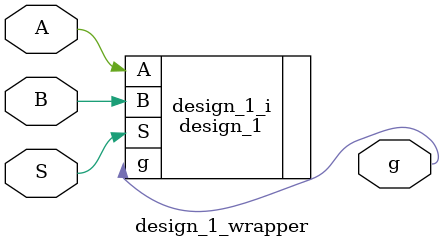
<source format=v>
`timescale 1 ps / 1 ps

module design_1_wrapper
   (A,
    B,
    S,
    g);
  input A;
  input B;
  input S;
  output g;

  wire A;
  wire B;
  wire S;
  wire g;

  design_1 design_1_i
       (.A(A),
        .B(B),
        .S(S),
        .g(g));
endmodule

</source>
